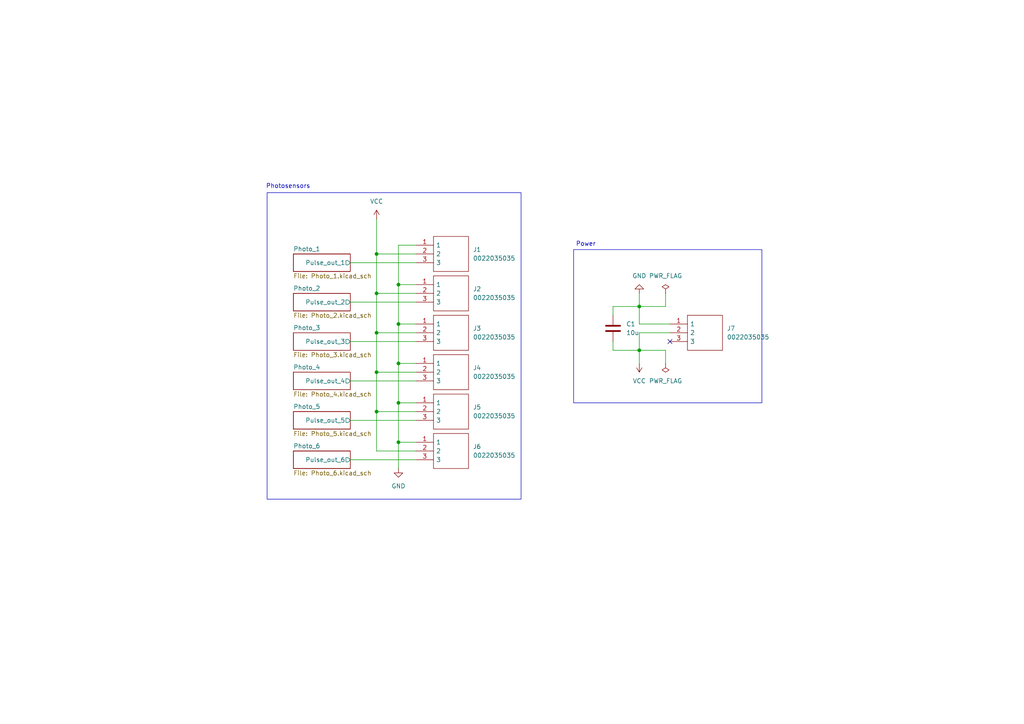
<source format=kicad_sch>
(kicad_sch (version 20231120) (generator "eeschema") (generator_version "8.0")
  (paper "A4")
  (title_block (title "SiliScallop") (company "Nervous Systems"))
  (lib_symbols
    (symbol "0022035035:0022035035" (pin_names (offset 0.762))
      (property "Reference" "J" (at 16.51 7.62 0))
      (property "Value" "0022035035" (at 16.51 5.08 0))
      (symbol "0022035035_0_0"
        (pin passive line (at 0 0 0) (length 5.08) (name "1") (number "1"))
        (pin passive line (at 0 -2.54 0) (length 5.08) (name "2") (number "2"))
        (pin passive line (at 0 -5.08 0) (length 5.08) (name "3") (number "3"))
      )
      (symbol "0022035035_0_1"
        (polyline (pts (xy 5.08 2.54) (xy 15.24 2.54) (xy 15.24 -7.62) (xy 5.08 -7.62) (xy 5.08 2.54)) (stroke (width 0.1524)))
      )
    )
    (symbol "Device:C" (pin_numbers hide) (pin_names (offset 0.254))
      (property "Reference" "C" (at 0.635 2.54 0))
      (property "Value" "C" (at 0.635 -2.54 0))
      (symbol "C_0_1"
        (polyline (pts (xy -2.032 -0.762) (xy 2.032 -0.762)) (stroke (width 0.508)))
        (polyline (pts (xy -2.032 0.762) (xy 2.032 0.762)) (stroke (width 0.508)))
      )
      (symbol "C_1_1"
        (pin passive line (at 0 3.81 270) (length 2.794) (name "~") (number "1"))
        (pin passive line (at 0 -3.81 90) (length 2.794) (name "~") (number "2"))
      )
    )
    (symbol "power:GND" (power) (pin_numbers hide) (pin_names (offset 0) hide)
      (property "Value" "GND" (at 0 -3.81 0))
      (symbol "GND_0_1"
        (polyline (pts (xy 0 0) (xy 0 -1.27) (xy 1.27 -1.27) (xy 0 -2.54) (xy -1.27 -1.27) (xy 0 -1.27)))
      )
      (symbol "GND_1_1"
        (pin power_in line (at 0 0 270) (length 0) (name "~") (number "1"))
      )
    )
    (symbol "power:PWR_FLAG" (power) (pin_numbers hide) (pin_names (offset 0) hide)
      (property "Value" "PWR_FLAG" (at 0 3.81 0))
      (symbol "PWR_FLAG_0_0"
        (pin power_out line (at 0 0 90) (length 0) (name "~") (number "1"))
      )
      (symbol "PWR_FLAG_0_1"
        (polyline (pts (xy 0 0) (xy 0 1.27) (xy -1.016 1.905) (xy 0 2.54) (xy 1.016 1.905) (xy 0 1.27)))
      )
    )
    (symbol "power:VCC" (power) (pin_numbers hide) (pin_names (offset 0) hide)
      (property "Value" "VCC" (at 0 3.556 0))
      (symbol "VCC_0_1"
        (polyline (pts (xy -0.762 1.27) (xy 0 2.54)))
        (polyline (pts (xy 0 0) (xy 0 2.54)))
        (polyline (pts (xy 0 2.54) (xy 0.762 1.27)))
      )
      (symbol "VCC_1_1"
        (pin power_in line (at 0 0 90) (length 0) (name "~") (number "1"))
      )
    )
  )
  (junction (at 109.22 73.66))
  (junction (at 109.22 119.38))
  (junction (at 115.57 116.84))
  (junction (at 115.57 105.41))
  (junction (at 109.22 107.95))
  (junction (at 115.57 128.27))
  (junction (at 185.42 101.6))
  (junction (at 115.57 93.98))
  (junction (at 115.57 82.55))
  (junction (at 185.42 88.9))
  (junction (at 109.22 96.52))
  (junction (at 109.22 85.09))
  (no_connect (at 194.31 99.06))
  (wire (pts (xy 109.22 130.81) (xy 120.65 130.81)))
  (wire (pts (xy 109.22 96.52) (xy 109.22 107.95)))
  (wire (pts (xy 115.57 128.27) (xy 115.57 135.89)))
  (wire (pts (xy 109.22 96.52) (xy 120.65 96.52)))
  (wire (pts (xy 109.22 119.38) (xy 109.22 130.81)))
  (wire (pts (xy 193.04 105.41) (xy 193.04 101.6)))
  (wire (pts (xy 120.65 105.41) (xy 115.57 105.41)))
  (wire (pts (xy 194.31 93.98) (xy 185.42 93.98)))
  (wire (pts (xy 115.57 105.41) (xy 115.57 116.84)))
  (wire (pts (xy 101.6 87.63) (xy 120.65 87.63)))
  (wire (pts (xy 185.42 96.52) (xy 185.42 101.6)))
  (wire (pts (xy 101.6 133.35) (xy 120.65 133.35)))
  (wire (pts (xy 101.6 110.49) (xy 120.65 110.49)))
  (wire (pts (xy 177.8 88.9) (xy 185.42 88.9)))
  (wire (pts (xy 120.65 71.12) (xy 115.57 71.12)))
  (wire (pts (xy 115.57 71.12) (xy 115.57 82.55)))
  (wire (pts (xy 193.04 88.9) (xy 185.42 88.9)))
  (wire (pts (xy 115.57 128.27) (xy 120.65 128.27)))
  (wire (pts (xy 109.22 73.66) (xy 109.22 85.09)))
  (wire (pts (xy 193.04 101.6) (xy 185.42 101.6)))
  (wire (pts (xy 120.65 82.55) (xy 115.57 82.55)))
  (wire (pts (xy 115.57 93.98) (xy 115.57 105.41)))
  (wire (pts (xy 109.22 119.38) (xy 120.65 119.38)))
  (wire (pts (xy 101.6 76.2) (xy 120.65 76.2)))
  (wire (pts (xy 185.42 93.98) (xy 185.42 88.9)))
  (wire (pts (xy 177.8 101.6) (xy 185.42 101.6)))
  (wire (pts (xy 109.22 85.09) (xy 109.22 96.52)))
  (wire (pts (xy 177.8 99.06) (xy 177.8 101.6)))
  (wire (pts (xy 120.65 93.98) (xy 115.57 93.98)))
  (wire (pts (xy 185.42 101.6) (xy 185.42 105.41)))
  (wire (pts (xy 115.57 116.84) (xy 115.57 128.27)))
  (wire (pts (xy 101.6 99.06) (xy 120.65 99.06)))
  (wire (pts (xy 109.22 63.5) (xy 109.22 73.66)))
  (wire (pts (xy 109.22 85.09) (xy 120.65 85.09)))
  (wire (pts (xy 109.22 73.66) (xy 120.65 73.66)))
  (wire (pts (xy 101.6 121.92) (xy 120.65 121.92)))
  (wire (pts (xy 185.42 85.09) (xy 185.42 88.9)))
  (wire (pts (xy 109.22 107.95) (xy 109.22 119.38)))
  (wire (pts (xy 193.04 85.09) (xy 193.04 88.9)))
  (wire (pts (xy 194.31 96.52) (xy 185.42 96.52)))
  (wire (pts (xy 120.65 116.84) (xy 115.57 116.84)))
  (wire (pts (xy 109.22 107.95) (xy 120.65 107.95)))
  (wire (pts (xy 115.57 82.55) (xy 115.57 93.98)))
  (wire (pts (xy 177.8 91.44) (xy 177.8 88.9)))
  (rectangle (start 77.47 55.88) (end 151.13 144.78))
  (rectangle (start 166.37 72.39) (end 220.98 116.84))
  (text "Power\n" (at 169.926 70.866 0) (effects (font (size 1.27 1.27))))
  (text "Photosensors\n" (at 83.566 54.102 0) (effects (font (size 1.27 1.27))))
  (symbol (lib_id "0022035035:0022035035") (at 194.31 93.98 0) (unit 1)
    (property "Reference" "J7" (at 210.82 95.2499 0) (effects (justify left)))
    (property "Value" "0022035035" (at 210.82 97.7899 0) (effects (justify left)))
    (property "Footprint" "Footprints:SHDR3W65P0X250_1X3_990X490X610P" (effects (hide yes)))
    (property "Datasheet" "https://www.molex.com/pdm_docs/sd/022035035_sd.pdf" (effects (hide yes)))
    (property "Description_1" "Conn Shrouded Header (4 Sides) HDR 3 POS 2.5mm Solder ST Top Entry Thru-Hole SPOX Bag" (effects (hide yes)))
    (property "Height" "6.1" (effects (hide yes)))
    (property "Manufacturer_Name" "Molex" (effects (hide yes)))
    (property "Manufacturer_Part_Number" "0022035035" (effects (hide yes)))
  )
  (symbol (lib_id "0022035035:0022035035") (at 120.65 116.84 0) (unit 1)
    (property "Reference" "J5" (at 137.16 118.1099 0) (effects (justify left)))
    (property "Value" "0022035035" (at 137.16 120.6499 0) (effects (justify left)))
    (property "Footprint" "Footprints:SHDR3W65P0X250_1X3_990X490X610P" (effects (hide yes)))
    (property "Datasheet" "https://www.molex.com/pdm_docs/sd/022035035_sd.pdf" (effects (hide yes)))
    (property "Description_1" "Conn Shrouded Header (4 Sides) HDR 3 POS 2.5mm Solder ST Top Entry Thru-Hole SPOX Bag" (effects (hide yes)))
    (property "Height" "6.1" (effects (hide yes)))
    (property "Manufacturer_Name" "Molex" (effects (hide yes)))
    (property "Manufacturer_Part_Number" "0022035035" (effects (hide yes)))
  )
  (symbol (lib_id "0022035035:0022035035") (at 120.65 93.98 0) (unit 1)
    (property "Reference" "J3" (at 137.16 95.2499 0) (effects (justify left)))
    (property "Value" "0022035035" (at 137.16 97.7899 0) (effects (justify left)))
    (property "Footprint" "Footprints:SHDR3W65P0X250_1X3_990X490X610P" (effects (hide yes)))
    (property "Datasheet" "https://www.molex.com/pdm_docs/sd/022035035_sd.pdf" (effects (hide yes)))
    (property "Description_1" "Conn Shrouded Header (4 Sides) HDR 3 POS 2.5mm Solder ST Top Entry Thru-Hole SPOX Bag" (effects (hide yes)))
    (property "Height" "6.1" (effects (hide yes)))
    (property "Manufacturer_Name" "Molex" (effects (hide yes)))
    (property "Manufacturer_Part_Number" "0022035035" (effects (hide yes)))
  )
  (symbol (lib_id "0022035035:0022035035") (at 120.65 71.12 0) (unit 1)
    (property "Reference" "J1" (at 137.16 72.3899 0) (effects (justify left)))
    (property "Value" "0022035035" (at 137.16 74.9299 0) (effects (justify left)))
    (property "Footprint" "Footprints:SHDR3W65P0X250_1X3_990X490X610P" (effects (hide yes)))
    (property "Datasheet" "https://www.molex.com/pdm_docs/sd/022035035_sd.pdf" (effects (hide yes)))
    (property "Description_1" "Conn Shrouded Header (4 Sides) HDR 3 POS 2.5mm Solder ST Top Entry Thru-Hole SPOX Bag" (effects (hide yes)))
    (property "Height" "6.1" (effects (hide yes)))
    (property "Manufacturer_Name" "Molex" (effects (hide yes)))
    (property "Manufacturer_Part_Number" "0022035035" (effects (hide yes)))
  )
  (symbol (lib_id "power:VCC") (at 185.42 105.41 180) (unit 1)
    (property "Reference" "#PWR051" (effects (hide yes)))
    (property "Value" "VCC" (at 185.42 110.49 0))
    (property "Description" "Power symbol creates a global label with name \"VCC\"" (effects (hide yes)))
  )
  (symbol (lib_id "0022035035:0022035035") (at 120.65 105.41 0) (unit 1)
    (property "Reference" "J4" (at 137.16 106.6799 0) (effects (justify left)))
    (property "Value" "0022035035" (at 137.16 109.2199 0) (effects (justify left)))
    (property "Footprint" "Footprints:SHDR3W65P0X250_1X3_990X490X610P" (effects (hide yes)))
    (property "Datasheet" "https://www.molex.com/pdm_docs/sd/022035035_sd.pdf" (effects (hide yes)))
    (property "Description_1" "Conn Shrouded Header (4 Sides) HDR 3 POS 2.5mm Solder ST Top Entry Thru-Hole SPOX Bag" (effects (hide yes)))
    (property "Height" "6.1" (effects (hide yes)))
    (property "Manufacturer_Name" "Molex" (effects (hide yes)))
    (property "Manufacturer_Part_Number" "0022035035" (effects (hide yes)))
  )
  (symbol (lib_id "0022035035:0022035035") (at 120.65 128.27 0) (unit 1)
    (property "Reference" "J6" (at 137.16 129.5399 0) (effects (justify left)))
    (property "Value" "0022035035" (at 137.16 132.0799 0) (effects (justify left)))
    (property "Footprint" "Footprints:SHDR3W65P0X250_1X3_990X490X610P" (effects (hide yes)))
    (property "Datasheet" "https://www.molex.com/pdm_docs/sd/022035035_sd.pdf" (effects (hide yes)))
    (property "Description_1" "Conn Shrouded Header (4 Sides) HDR 3 POS 2.5mm Solder ST Top Entry Thru-Hole SPOX Bag" (effects (hide yes)))
    (property "Height" "6.1" (effects (hide yes)))
    (property "Manufacturer_Name" "Molex" (effects (hide yes)))
    (property "Manufacturer_Part_Number" "0022035035" (effects (hide yes)))
  )
  (symbol (lib_id "Device:C") (at 177.8 95.25 0) (unit 1)
    (property "Reference" "C1" (at 181.61 93.9799 0) (effects (justify left)))
    (property "Value" "10u" (at 181.61 96.5199 0) (effects (justify left)))
    (property "Footprint" "Capacitor_THT:CP_Radial_D5.0mm_P2.00mm" (effects (hide yes)))
    (property "Description" "Unpolarized capacitor" (effects (hide yes)))
  )
  (symbol (lib_id "power:VCC") (at 109.22 63.5 0) (unit 1)
    (property "Reference" "#PWR049" (effects (hide yes)))
    (property "Value" "VCC" (at 109.22 58.42 0))
    (property "Description" "Power symbol creates a global label with name \"VCC\"" (effects (hide yes)))
  )
  (symbol (lib_id "power:GND") (at 185.42 85.09 180) (unit 1)
    (property "Reference" "#PWR052" (effects (hide yes)))
    (property "Value" "GND" (at 185.42 80.01 0))
    (property "Description" "Power symbol creates a global label with name \"GND\" , ground" (effects (hide yes)))
  )
  (symbol (lib_id "power:GND") (at 115.57 135.89 0) (unit 1)
    (property "Reference" "#PWR050" (effects (hide yes)))
    (property "Value" "GND" (at 115.57 140.97 0))
    (property "Description" "Power symbol creates a global label with name \"GND\" , ground" (effects (hide yes)))
  )
  (symbol (lib_id "power:PWR_FLAG") (at 193.04 105.41 180) (unit 1)
    (property "Reference" "#FLG02" (effects (hide yes)))
    (property "Value" "PWR_FLAG" (at 193.04 110.49 0))
    (property "Description" "Special symbol for telling ERC where power comes from" (effects (hide yes)))
  )
  (symbol (lib_id "power:PWR_FLAG") (at 193.04 85.09 0) (unit 1)
    (property "Reference" "#FLG01" (effects (hide yes)))
    (property "Value" "PWR_FLAG" (at 193.04 80.01 0))
    (property "Description" "Special symbol for telling ERC where power comes from" (effects (hide yes)))
  )
  (symbol (lib_id "0022035035:0022035035") (at 120.65 82.55 0) (unit 1)
    (property "Reference" "J2" (at 137.16 83.8199 0) (effects (justify left)))
    (property "Value" "0022035035" (at 137.16 86.3599 0) (effects (justify left)))
    (property "Footprint" "Footprints:SHDR3W65P0X250_1X3_990X490X610P" (effects (hide yes)))
    (property "Datasheet" "https://www.molex.com/pdm_docs/sd/022035035_sd.pdf" (effects (hide yes)))
    (property "Description_1" "Conn Shrouded Header (4 Sides) HDR 3 POS 2.5mm Solder ST Top Entry Thru-Hole SPOX Bag" (effects (hide yes)))
    (property "Height" "6.1" (effects (hide yes)))
    (property "Manufacturer_Name" "Molex" (effects (hide yes)))
    (property "Manufacturer_Part_Number" "0022035035" (effects (hide yes)))
  )
  (sheet (at 85.09 96.52) (size 16.51 5.08) (stroke (width 0.1524))
    (property "Sheetname" "Photo_3" (at 85.09 95.8084 0) (effects (justify left bottom)))
    (property "Sheetfile" "Photo_3.kicad_sch" (at 85.09 102.1846 0) (effects (justify left top)))
    (pin "Pulse_out_3" output (at 101.6 99.06 0))
  )
  (sheet (at 85.09 85.09) (size 16.51 5.08) (stroke (width 0.1524))
    (property "Sheetname" "Photo_2" (at 85.09 84.3784 0) (effects (justify left bottom)))
    (property "Sheetfile" "Photo_2.kicad_sch" (at 85.09 90.7546 0) (effects (justify left top)))
    (pin "Pulse_out_2" output (at 101.6 87.63 0))
  )
  (sheet (at 85.09 119.38) (size 16.51 5.08) (stroke (width 0.1524))
    (property "Sheetname" "Photo_5" (at 85.09 118.6684 0) (effects (justify left bottom)))
    (property "Sheetfile" "Photo_5.kicad_sch" (at 85.09 125.0446 0) (effects (justify left top)))
    (pin "Pulse_out_5" output (at 101.6 121.92 0))
  )
  (sheet (at 85.09 73.66) (size 16.51 5.08) (stroke (width 0.1524))
    (property "Sheetname" "Photo_1" (at 85.09 72.9484 0) (effects (justify left bottom)))
    (property "Sheetfile" "Photo_1.kicad_sch" (at 85.09 79.3246 0) (effects (justify left top)))
    (pin "Pulse_out_1" output (at 101.6 76.2 0))
  )
  (sheet (at 85.09 107.95) (size 16.51 5.08) (stroke (width 0.1524))
    (property "Sheetname" "Photo_4" (at 85.09 107.2384 0) (effects (justify left bottom)))
    (property "Sheetfile" "Photo_4.kicad_sch" (at 85.09 113.6146 0) (effects (justify left top)))
    (pin "Pulse_out_4" output (at 101.6 110.49 0))
  )
  (sheet (at 85.09 130.81) (size 16.51 5.08) (stroke (width 0.1524))
    (property "Sheetname" "Photo_6" (at 85.09 130.0984 0) (effects (justify left bottom)))
    (property "Sheetfile" "Photo_6.kicad_sch" (at 85.09 136.4746 0) (effects (justify left top)))
    (pin "Pulse_out_6" output (at 101.6 133.35 0))
  )
)
</source>
